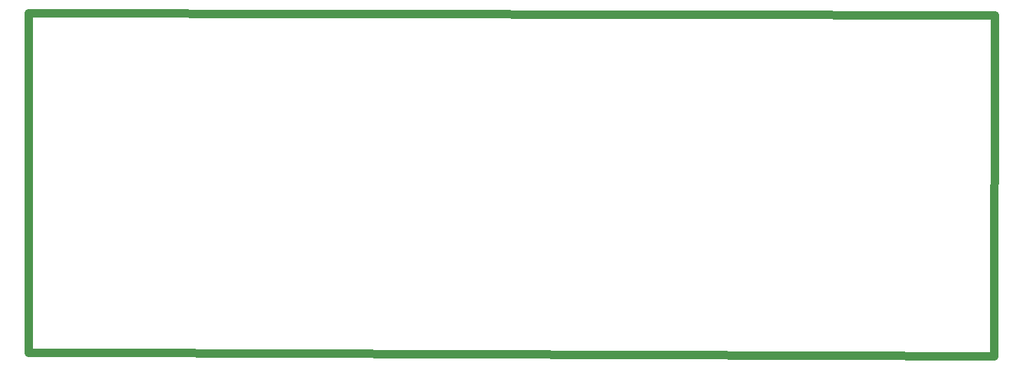
<source format=gko>
G04 Layer: BoardOutline*
G04 EasyEDA v6.4.14, 2021-01-13T22:08:33+05:30*
G04 86367838682644779aaaf904656d52d0,3bf0aa112e6740ff84f30f28e6d2add8,10*
G04 Gerber Generator version 0.2*
G04 Scale: 100 percent, Rotated: No, Reflected: No *
G04 Dimensions in millimeters *
G04 leading zeros omitted , absolute positions ,4 integer and 5 decimal *
%FSLAX45Y45*%
%MOMM*%

%ADD10C,1.0000*%
D10*
X0Y4140200D02*
G01*
X11658600Y4114800D01*
X11656999Y0D01*
X963599Y38100D01*
X823899Y38100D01*
X684199Y38100D01*
X557199Y38100D01*
X506399Y38100D01*
X442899Y38100D01*
X315899Y38100D01*
X239699Y38100D01*
X163499Y38100D01*
X0Y40200D01*
X0Y4140200D02*
G01*
X0Y40200D01*

%LPD*%
M02*

</source>
